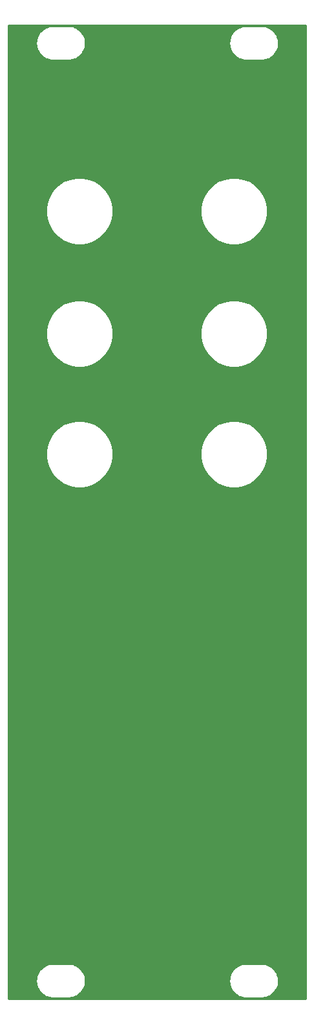
<source format=gbr>
G04 #@! TF.GenerationSoftware,KiCad,Pcbnew,(5.1.5-0)*
G04 #@! TF.CreationDate,2021-01-20T20:47:42-08:00*
G04 #@! TF.ProjectId,triad,74726961-642e-46b6-9963-61645f706362,rev?*
G04 #@! TF.SameCoordinates,Original*
G04 #@! TF.FileFunction,Copper,L2,Bot*
G04 #@! TF.FilePolarity,Positive*
%FSLAX46Y46*%
G04 Gerber Fmt 4.6, Leading zero omitted, Abs format (unit mm)*
G04 Created by KiCad (PCBNEW (5.1.5-0)) date 2021-01-20 20:47:42*
%MOMM*%
%LPD*%
G04 APERTURE LIST*
%ADD10C,5.100000*%
%ADD11C,6.100000*%
%ADD12C,0.254000*%
G04 APERTURE END LIST*
D10*
X5000000Y-71500000D03*
X19750000Y-71500000D03*
X34750000Y-71500000D03*
D11*
X34750000Y-97750000D03*
X5000000Y-83250000D03*
X34750000Y-83250000D03*
X19750000Y-83250000D03*
X5000000Y-97750000D03*
X19750000Y-97750000D03*
D12*
G36*
X39640001Y-127840000D02*
G01*
X660000Y-127840000D01*
X660000Y-125451353D01*
X4242755Y-125451353D01*
X4243173Y-125511171D01*
X4242755Y-125570988D01*
X4243655Y-125580160D01*
X4276296Y-125890715D01*
X4288320Y-125949291D01*
X4299532Y-126008070D01*
X4302196Y-126016892D01*
X4394535Y-126315192D01*
X4417715Y-126370335D01*
X4440124Y-126425800D01*
X4444451Y-126433937D01*
X4592972Y-126708621D01*
X4626417Y-126758205D01*
X4659177Y-126808268D01*
X4665001Y-126815409D01*
X4864047Y-127056013D01*
X4906482Y-127098154D01*
X4948346Y-127140903D01*
X4955446Y-127146777D01*
X5197435Y-127344138D01*
X5247259Y-127377241D01*
X5296615Y-127411036D01*
X5304721Y-127415419D01*
X5580435Y-127562019D01*
X5635704Y-127584799D01*
X5690724Y-127608381D01*
X5699527Y-127611105D01*
X5998465Y-127701359D01*
X6057138Y-127712976D01*
X6115655Y-127725415D01*
X6124820Y-127726378D01*
X6435594Y-127756850D01*
X6435598Y-127756850D01*
X6467581Y-127760000D01*
X8532419Y-127760000D01*
X8565986Y-127756694D01*
X8586744Y-127756694D01*
X8595909Y-127755731D01*
X8906228Y-127720923D01*
X8964731Y-127708487D01*
X9023419Y-127696867D01*
X9032222Y-127694142D01*
X9329870Y-127599723D01*
X9384792Y-127576183D01*
X9440159Y-127553363D01*
X9448265Y-127548979D01*
X9721904Y-127398544D01*
X9771217Y-127364779D01*
X9821088Y-127331645D01*
X9828188Y-127325770D01*
X10067397Y-127125049D01*
X10109241Y-127082320D01*
X10151694Y-127040162D01*
X10157519Y-127033020D01*
X10353185Y-126789660D01*
X10385938Y-126739608D01*
X10419391Y-126690013D01*
X10423714Y-126681881D01*
X10423717Y-126681877D01*
X10423719Y-126681873D01*
X10568388Y-126405146D01*
X10590785Y-126349711D01*
X10613978Y-126294539D01*
X10616641Y-126285717D01*
X10704807Y-125986156D01*
X10716007Y-125927440D01*
X10728045Y-125868798D01*
X10728944Y-125859627D01*
X10757245Y-125548647D01*
X10756827Y-125488830D01*
X10757088Y-125451353D01*
X29542755Y-125451353D01*
X29543173Y-125511171D01*
X29542755Y-125570988D01*
X29543655Y-125580160D01*
X29576296Y-125890715D01*
X29588320Y-125949291D01*
X29599532Y-126008070D01*
X29602196Y-126016892D01*
X29694535Y-126315192D01*
X29717715Y-126370335D01*
X29740124Y-126425800D01*
X29744451Y-126433937D01*
X29892972Y-126708621D01*
X29926417Y-126758205D01*
X29959177Y-126808268D01*
X29965001Y-126815409D01*
X30164047Y-127056013D01*
X30206482Y-127098154D01*
X30248346Y-127140903D01*
X30255446Y-127146777D01*
X30497435Y-127344138D01*
X30547259Y-127377241D01*
X30596615Y-127411036D01*
X30604721Y-127415419D01*
X30880435Y-127562019D01*
X30935704Y-127584799D01*
X30990724Y-127608381D01*
X30999527Y-127611105D01*
X31298465Y-127701359D01*
X31357138Y-127712976D01*
X31415655Y-127725415D01*
X31424820Y-127726378D01*
X31735594Y-127756850D01*
X31735598Y-127756850D01*
X31767581Y-127760000D01*
X33832419Y-127760000D01*
X33865986Y-127756694D01*
X33886744Y-127756694D01*
X33895909Y-127755731D01*
X34206228Y-127720923D01*
X34264731Y-127708487D01*
X34323419Y-127696867D01*
X34332222Y-127694142D01*
X34629870Y-127599723D01*
X34684792Y-127576183D01*
X34740159Y-127553363D01*
X34748265Y-127548979D01*
X35021904Y-127398544D01*
X35071217Y-127364779D01*
X35121088Y-127331645D01*
X35128188Y-127325770D01*
X35367397Y-127125049D01*
X35409241Y-127082320D01*
X35451694Y-127040162D01*
X35457519Y-127033020D01*
X35653185Y-126789660D01*
X35685938Y-126739608D01*
X35719391Y-126690013D01*
X35723714Y-126681881D01*
X35723717Y-126681877D01*
X35723719Y-126681873D01*
X35868388Y-126405146D01*
X35890785Y-126349711D01*
X35913978Y-126294539D01*
X35916641Y-126285717D01*
X36004807Y-125986156D01*
X36016007Y-125927440D01*
X36028045Y-125868798D01*
X36028944Y-125859627D01*
X36057245Y-125548647D01*
X36056827Y-125488829D01*
X36057245Y-125429012D01*
X36056345Y-125419841D01*
X36023704Y-125109285D01*
X36011680Y-125050709D01*
X36000468Y-124991930D01*
X35997804Y-124983108D01*
X35905465Y-124684808D01*
X35882280Y-124629653D01*
X35859876Y-124574200D01*
X35855549Y-124566064D01*
X35855549Y-124566063D01*
X35855546Y-124566059D01*
X35707028Y-124291379D01*
X35673583Y-124241795D01*
X35640823Y-124191732D01*
X35634999Y-124184591D01*
X35435954Y-123943987D01*
X35393535Y-123901863D01*
X35351655Y-123859097D01*
X35344554Y-123853223D01*
X35102565Y-123655862D01*
X35052741Y-123622759D01*
X35003385Y-123588964D01*
X34995279Y-123584581D01*
X34719566Y-123437981D01*
X34664269Y-123415189D01*
X34609275Y-123391619D01*
X34600472Y-123388895D01*
X34301535Y-123298641D01*
X34242862Y-123287024D01*
X34184345Y-123274585D01*
X34175180Y-123273622D01*
X33864405Y-123243150D01*
X33864402Y-123243150D01*
X33832419Y-123240000D01*
X31767581Y-123240000D01*
X31734014Y-123243306D01*
X31713256Y-123243306D01*
X31704091Y-123244269D01*
X31393771Y-123279077D01*
X31335298Y-123291506D01*
X31276581Y-123303132D01*
X31267778Y-123305858D01*
X30970130Y-123400277D01*
X30915147Y-123423843D01*
X30859841Y-123446638D01*
X30851735Y-123451021D01*
X30578095Y-123601456D01*
X30528748Y-123635245D01*
X30478913Y-123668355D01*
X30471812Y-123674229D01*
X30232603Y-123874951D01*
X30190759Y-123917681D01*
X30148305Y-123959839D01*
X30142481Y-123966980D01*
X29946814Y-124210340D01*
X29914055Y-124260400D01*
X29880609Y-124309986D01*
X29876283Y-124318123D01*
X29731612Y-124594854D01*
X29709215Y-124650289D01*
X29686022Y-124705461D01*
X29683359Y-124714283D01*
X29595193Y-125013844D01*
X29583993Y-125072560D01*
X29571955Y-125131202D01*
X29571056Y-125140373D01*
X29542755Y-125451353D01*
X10757088Y-125451353D01*
X10757245Y-125429012D01*
X10756345Y-125419841D01*
X10723704Y-125109285D01*
X10711680Y-125050709D01*
X10700468Y-124991930D01*
X10697804Y-124983108D01*
X10605465Y-124684808D01*
X10582280Y-124629653D01*
X10559876Y-124574200D01*
X10555549Y-124566064D01*
X10555549Y-124566063D01*
X10555546Y-124566059D01*
X10407028Y-124291379D01*
X10373583Y-124241795D01*
X10340823Y-124191732D01*
X10334999Y-124184591D01*
X10135954Y-123943987D01*
X10093535Y-123901863D01*
X10051655Y-123859097D01*
X10044554Y-123853223D01*
X9802565Y-123655862D01*
X9752741Y-123622759D01*
X9703385Y-123588964D01*
X9695279Y-123584581D01*
X9419566Y-123437981D01*
X9364269Y-123415189D01*
X9309275Y-123391619D01*
X9300472Y-123388895D01*
X9001535Y-123298641D01*
X8942862Y-123287024D01*
X8884345Y-123274585D01*
X8875180Y-123273622D01*
X8564405Y-123243150D01*
X8564402Y-123243150D01*
X8532419Y-123240000D01*
X6467581Y-123240000D01*
X6434014Y-123243306D01*
X6413256Y-123243306D01*
X6404091Y-123244269D01*
X6093771Y-123279077D01*
X6035298Y-123291506D01*
X5976581Y-123303132D01*
X5967778Y-123305858D01*
X5670130Y-123400277D01*
X5615147Y-123423843D01*
X5559841Y-123446638D01*
X5551735Y-123451021D01*
X5278095Y-123601456D01*
X5228748Y-123635245D01*
X5178913Y-123668355D01*
X5171812Y-123674229D01*
X4932603Y-123874951D01*
X4890759Y-123917681D01*
X4848305Y-123959839D01*
X4842481Y-123966980D01*
X4646814Y-124210340D01*
X4614055Y-124260400D01*
X4580609Y-124309986D01*
X4576283Y-124318123D01*
X4431612Y-124594854D01*
X4409215Y-124650289D01*
X4386022Y-124705461D01*
X4383359Y-124714283D01*
X4295193Y-125013844D01*
X4283993Y-125072560D01*
X4271955Y-125131202D01*
X4271056Y-125140373D01*
X4242755Y-125451353D01*
X660000Y-125451353D01*
X660000Y-56265784D01*
X5541332Y-56265784D01*
X5541332Y-57134216D01*
X5710754Y-57985961D01*
X6043089Y-58788288D01*
X6525564Y-59510362D01*
X7139638Y-60124436D01*
X7861712Y-60606911D01*
X8664039Y-60939246D01*
X9515784Y-61108668D01*
X10384216Y-61108668D01*
X11235961Y-60939246D01*
X12038288Y-60606911D01*
X12760362Y-60124436D01*
X13374436Y-59510362D01*
X13856911Y-58788288D01*
X14189246Y-57985961D01*
X14358668Y-57134216D01*
X14358668Y-56265784D01*
X25791332Y-56265784D01*
X25791332Y-57134216D01*
X25960754Y-57985961D01*
X26293089Y-58788288D01*
X26775564Y-59510362D01*
X27389638Y-60124436D01*
X28111712Y-60606911D01*
X28914039Y-60939246D01*
X29765784Y-61108668D01*
X30634216Y-61108668D01*
X31485961Y-60939246D01*
X32288288Y-60606911D01*
X33010362Y-60124436D01*
X33624436Y-59510362D01*
X34106911Y-58788288D01*
X34439246Y-57985961D01*
X34608668Y-57134216D01*
X34608668Y-56265784D01*
X34439246Y-55414039D01*
X34106911Y-54611712D01*
X33624436Y-53889638D01*
X33010362Y-53275564D01*
X32288288Y-52793089D01*
X31485961Y-52460754D01*
X30634216Y-52291332D01*
X29765784Y-52291332D01*
X28914039Y-52460754D01*
X28111712Y-52793089D01*
X27389638Y-53275564D01*
X26775564Y-53889638D01*
X26293089Y-54611712D01*
X25960754Y-55414039D01*
X25791332Y-56265784D01*
X14358668Y-56265784D01*
X14189246Y-55414039D01*
X13856911Y-54611712D01*
X13374436Y-53889638D01*
X12760362Y-53275564D01*
X12038288Y-52793089D01*
X11235961Y-52460754D01*
X10384216Y-52291332D01*
X9515784Y-52291332D01*
X8664039Y-52460754D01*
X7861712Y-52793089D01*
X7139638Y-53275564D01*
X6525564Y-53889638D01*
X6043089Y-54611712D01*
X5710754Y-55414039D01*
X5541332Y-56265784D01*
X660000Y-56265784D01*
X660000Y-40515784D01*
X5541332Y-40515784D01*
X5541332Y-41384216D01*
X5710754Y-42235961D01*
X6043089Y-43038288D01*
X6525564Y-43760362D01*
X7139638Y-44374436D01*
X7861712Y-44856911D01*
X8664039Y-45189246D01*
X9515784Y-45358668D01*
X10384216Y-45358668D01*
X11235961Y-45189246D01*
X12038288Y-44856911D01*
X12760362Y-44374436D01*
X13374436Y-43760362D01*
X13856911Y-43038288D01*
X14189246Y-42235961D01*
X14358668Y-41384216D01*
X14358668Y-40515784D01*
X25791332Y-40515784D01*
X25791332Y-41384216D01*
X25960754Y-42235961D01*
X26293089Y-43038288D01*
X26775564Y-43760362D01*
X27389638Y-44374436D01*
X28111712Y-44856911D01*
X28914039Y-45189246D01*
X29765784Y-45358668D01*
X30634216Y-45358668D01*
X31485961Y-45189246D01*
X32288288Y-44856911D01*
X33010362Y-44374436D01*
X33624436Y-43760362D01*
X34106911Y-43038288D01*
X34439246Y-42235961D01*
X34608668Y-41384216D01*
X34608668Y-40515784D01*
X34439246Y-39664039D01*
X34106911Y-38861712D01*
X33624436Y-38139638D01*
X33010362Y-37525564D01*
X32288288Y-37043089D01*
X31485961Y-36710754D01*
X30634216Y-36541332D01*
X29765784Y-36541332D01*
X28914039Y-36710754D01*
X28111712Y-37043089D01*
X27389638Y-37525564D01*
X26775564Y-38139638D01*
X26293089Y-38861712D01*
X25960754Y-39664039D01*
X25791332Y-40515784D01*
X14358668Y-40515784D01*
X14189246Y-39664039D01*
X13856911Y-38861712D01*
X13374436Y-38139638D01*
X12760362Y-37525564D01*
X12038288Y-37043089D01*
X11235961Y-36710754D01*
X10384216Y-36541332D01*
X9515784Y-36541332D01*
X8664039Y-36710754D01*
X7861712Y-37043089D01*
X7139638Y-37525564D01*
X6525564Y-38139638D01*
X6043089Y-38861712D01*
X5710754Y-39664039D01*
X5541332Y-40515784D01*
X660000Y-40515784D01*
X660000Y-24515784D01*
X5541332Y-24515784D01*
X5541332Y-25384216D01*
X5710754Y-26235961D01*
X6043089Y-27038288D01*
X6525564Y-27760362D01*
X7139638Y-28374436D01*
X7861712Y-28856911D01*
X8664039Y-29189246D01*
X9515784Y-29358668D01*
X10384216Y-29358668D01*
X11235961Y-29189246D01*
X12038288Y-28856911D01*
X12760362Y-28374436D01*
X13374436Y-27760362D01*
X13856911Y-27038288D01*
X14189246Y-26235961D01*
X14358668Y-25384216D01*
X14358668Y-24515784D01*
X25791332Y-24515784D01*
X25791332Y-25384216D01*
X25960754Y-26235961D01*
X26293089Y-27038288D01*
X26775564Y-27760362D01*
X27389638Y-28374436D01*
X28111712Y-28856911D01*
X28914039Y-29189246D01*
X29765784Y-29358668D01*
X30634216Y-29358668D01*
X31485961Y-29189246D01*
X32288288Y-28856911D01*
X33010362Y-28374436D01*
X33624436Y-27760362D01*
X34106911Y-27038288D01*
X34439246Y-26235961D01*
X34608668Y-25384216D01*
X34608668Y-24515784D01*
X34439246Y-23664039D01*
X34106911Y-22861712D01*
X33624436Y-22139638D01*
X33010362Y-21525564D01*
X32288288Y-21043089D01*
X31485961Y-20710754D01*
X30634216Y-20541332D01*
X29765784Y-20541332D01*
X28914039Y-20710754D01*
X28111712Y-21043089D01*
X27389638Y-21525564D01*
X26775564Y-22139638D01*
X26293089Y-22861712D01*
X25960754Y-23664039D01*
X25791332Y-24515784D01*
X14358668Y-24515784D01*
X14189246Y-23664039D01*
X13856911Y-22861712D01*
X13374436Y-22139638D01*
X12760362Y-21525564D01*
X12038288Y-21043089D01*
X11235961Y-20710754D01*
X10384216Y-20541332D01*
X9515784Y-20541332D01*
X8664039Y-20710754D01*
X7861712Y-21043089D01*
X7139638Y-21525564D01*
X6525564Y-22139638D01*
X6043089Y-22861712D01*
X5710754Y-23664039D01*
X5541332Y-24515784D01*
X660000Y-24515784D01*
X660000Y-2951353D01*
X4242755Y-2951353D01*
X4243173Y-3011171D01*
X4242755Y-3070988D01*
X4243655Y-3080160D01*
X4276296Y-3390715D01*
X4288320Y-3449291D01*
X4299532Y-3508070D01*
X4302196Y-3516892D01*
X4394535Y-3815192D01*
X4417715Y-3870335D01*
X4440124Y-3925800D01*
X4444451Y-3933937D01*
X4592972Y-4208621D01*
X4626417Y-4258205D01*
X4659177Y-4308268D01*
X4665001Y-4315409D01*
X4864047Y-4556013D01*
X4906482Y-4598154D01*
X4948346Y-4640903D01*
X4955446Y-4646777D01*
X5197435Y-4844138D01*
X5247259Y-4877241D01*
X5296615Y-4911036D01*
X5304721Y-4915419D01*
X5580435Y-5062019D01*
X5635704Y-5084799D01*
X5690724Y-5108381D01*
X5699527Y-5111105D01*
X5998465Y-5201359D01*
X6057138Y-5212976D01*
X6115655Y-5225415D01*
X6124820Y-5226378D01*
X6435594Y-5256850D01*
X6435598Y-5256850D01*
X6467581Y-5260000D01*
X8532419Y-5260000D01*
X8565986Y-5256694D01*
X8586744Y-5256694D01*
X8595909Y-5255731D01*
X8906228Y-5220923D01*
X8964731Y-5208487D01*
X9023419Y-5196867D01*
X9032222Y-5194142D01*
X9329870Y-5099723D01*
X9384792Y-5076183D01*
X9440159Y-5053363D01*
X9448265Y-5048979D01*
X9721904Y-4898544D01*
X9771217Y-4864779D01*
X9821088Y-4831645D01*
X9828188Y-4825770D01*
X10067397Y-4625049D01*
X10109241Y-4582320D01*
X10151694Y-4540162D01*
X10157519Y-4533020D01*
X10353185Y-4289660D01*
X10385938Y-4239608D01*
X10419391Y-4190013D01*
X10423714Y-4181881D01*
X10423717Y-4181877D01*
X10423719Y-4181873D01*
X10568388Y-3905146D01*
X10590785Y-3849711D01*
X10613978Y-3794539D01*
X10616641Y-3785717D01*
X10704807Y-3486156D01*
X10716007Y-3427440D01*
X10728045Y-3368798D01*
X10728944Y-3359627D01*
X10757245Y-3048647D01*
X10756827Y-2988830D01*
X10757088Y-2951353D01*
X29542755Y-2951353D01*
X29543173Y-3011171D01*
X29542755Y-3070988D01*
X29543655Y-3080160D01*
X29576296Y-3390715D01*
X29588320Y-3449291D01*
X29599532Y-3508070D01*
X29602196Y-3516892D01*
X29694535Y-3815192D01*
X29717715Y-3870335D01*
X29740124Y-3925800D01*
X29744451Y-3933937D01*
X29892972Y-4208621D01*
X29926417Y-4258205D01*
X29959177Y-4308268D01*
X29965001Y-4315409D01*
X30164047Y-4556013D01*
X30206482Y-4598154D01*
X30248346Y-4640903D01*
X30255446Y-4646777D01*
X30497435Y-4844138D01*
X30547259Y-4877241D01*
X30596615Y-4911036D01*
X30604721Y-4915419D01*
X30880435Y-5062019D01*
X30935704Y-5084799D01*
X30990724Y-5108381D01*
X30999527Y-5111105D01*
X31298465Y-5201359D01*
X31357138Y-5212976D01*
X31415655Y-5225415D01*
X31424820Y-5226378D01*
X31735594Y-5256850D01*
X31735598Y-5256850D01*
X31767581Y-5260000D01*
X33832419Y-5260000D01*
X33865986Y-5256694D01*
X33886744Y-5256694D01*
X33895909Y-5255731D01*
X34206228Y-5220923D01*
X34264731Y-5208487D01*
X34323419Y-5196867D01*
X34332222Y-5194142D01*
X34629870Y-5099723D01*
X34684792Y-5076183D01*
X34740159Y-5053363D01*
X34748265Y-5048979D01*
X35021904Y-4898544D01*
X35071217Y-4864779D01*
X35121088Y-4831645D01*
X35128188Y-4825770D01*
X35367397Y-4625049D01*
X35409241Y-4582320D01*
X35451694Y-4540162D01*
X35457519Y-4533020D01*
X35653185Y-4289660D01*
X35685938Y-4239608D01*
X35719391Y-4190013D01*
X35723714Y-4181881D01*
X35723717Y-4181877D01*
X35723719Y-4181873D01*
X35868388Y-3905146D01*
X35890785Y-3849711D01*
X35913978Y-3794539D01*
X35916641Y-3785717D01*
X36004807Y-3486156D01*
X36016007Y-3427440D01*
X36028045Y-3368798D01*
X36028944Y-3359627D01*
X36057245Y-3048647D01*
X36056827Y-2988829D01*
X36057245Y-2929012D01*
X36056345Y-2919841D01*
X36023704Y-2609285D01*
X36011680Y-2550709D01*
X36000468Y-2491930D01*
X35997804Y-2483108D01*
X35905465Y-2184808D01*
X35882280Y-2129653D01*
X35859876Y-2074200D01*
X35855549Y-2066064D01*
X35855549Y-2066063D01*
X35855546Y-2066059D01*
X35707028Y-1791379D01*
X35673583Y-1741795D01*
X35640823Y-1691732D01*
X35634999Y-1684591D01*
X35435954Y-1443987D01*
X35393535Y-1401863D01*
X35351655Y-1359097D01*
X35344554Y-1353223D01*
X35102565Y-1155862D01*
X35052741Y-1122759D01*
X35003385Y-1088964D01*
X34995279Y-1084581D01*
X34719566Y-937981D01*
X34664269Y-915189D01*
X34609275Y-891619D01*
X34600472Y-888895D01*
X34301535Y-798641D01*
X34242862Y-787024D01*
X34184345Y-774585D01*
X34175180Y-773622D01*
X33864405Y-743150D01*
X33864402Y-743150D01*
X33832419Y-740000D01*
X31767581Y-740000D01*
X31734014Y-743306D01*
X31713256Y-743306D01*
X31704091Y-744269D01*
X31393771Y-779077D01*
X31335298Y-791506D01*
X31276581Y-803132D01*
X31267778Y-805858D01*
X30970130Y-900277D01*
X30915147Y-923843D01*
X30859841Y-946638D01*
X30851735Y-951021D01*
X30578095Y-1101456D01*
X30528748Y-1135245D01*
X30478913Y-1168355D01*
X30471812Y-1174229D01*
X30232603Y-1374951D01*
X30190759Y-1417681D01*
X30148305Y-1459839D01*
X30142481Y-1466980D01*
X29946814Y-1710340D01*
X29914055Y-1760400D01*
X29880609Y-1809986D01*
X29876283Y-1818123D01*
X29731612Y-2094854D01*
X29709215Y-2150289D01*
X29686022Y-2205461D01*
X29683359Y-2214283D01*
X29595193Y-2513844D01*
X29583993Y-2572560D01*
X29571955Y-2631202D01*
X29571056Y-2640373D01*
X29542755Y-2951353D01*
X10757088Y-2951353D01*
X10757245Y-2929012D01*
X10756345Y-2919841D01*
X10723704Y-2609285D01*
X10711680Y-2550709D01*
X10700468Y-2491930D01*
X10697804Y-2483108D01*
X10605465Y-2184808D01*
X10582280Y-2129653D01*
X10559876Y-2074200D01*
X10555549Y-2066064D01*
X10555549Y-2066063D01*
X10555546Y-2066059D01*
X10407028Y-1791379D01*
X10373583Y-1741795D01*
X10340823Y-1691732D01*
X10334999Y-1684591D01*
X10135954Y-1443987D01*
X10093535Y-1401863D01*
X10051655Y-1359097D01*
X10044554Y-1353223D01*
X9802565Y-1155862D01*
X9752741Y-1122759D01*
X9703385Y-1088964D01*
X9695279Y-1084581D01*
X9419566Y-937981D01*
X9364269Y-915189D01*
X9309275Y-891619D01*
X9300472Y-888895D01*
X9001535Y-798641D01*
X8942862Y-787024D01*
X8884345Y-774585D01*
X8875180Y-773622D01*
X8564405Y-743150D01*
X8564402Y-743150D01*
X8532419Y-740000D01*
X6467581Y-740000D01*
X6434014Y-743306D01*
X6413256Y-743306D01*
X6404091Y-744269D01*
X6093771Y-779077D01*
X6035298Y-791506D01*
X5976581Y-803132D01*
X5967778Y-805858D01*
X5670130Y-900277D01*
X5615147Y-923843D01*
X5559841Y-946638D01*
X5551735Y-951021D01*
X5278095Y-1101456D01*
X5228748Y-1135245D01*
X5178913Y-1168355D01*
X5171812Y-1174229D01*
X4932603Y-1374951D01*
X4890759Y-1417681D01*
X4848305Y-1459839D01*
X4842481Y-1466980D01*
X4646814Y-1710340D01*
X4614055Y-1760400D01*
X4580609Y-1809986D01*
X4576283Y-1818123D01*
X4431612Y-2094854D01*
X4409215Y-2150289D01*
X4386022Y-2205461D01*
X4383359Y-2214283D01*
X4295193Y-2513844D01*
X4283993Y-2572560D01*
X4271955Y-2631202D01*
X4271056Y-2640373D01*
X4242755Y-2951353D01*
X660000Y-2951353D01*
X660000Y-660000D01*
X39640000Y-660000D01*
X39640001Y-127840000D01*
G37*
X39640001Y-127840000D02*
X660000Y-127840000D01*
X660000Y-125451353D01*
X4242755Y-125451353D01*
X4243173Y-125511171D01*
X4242755Y-125570988D01*
X4243655Y-125580160D01*
X4276296Y-125890715D01*
X4288320Y-125949291D01*
X4299532Y-126008070D01*
X4302196Y-126016892D01*
X4394535Y-126315192D01*
X4417715Y-126370335D01*
X4440124Y-126425800D01*
X4444451Y-126433937D01*
X4592972Y-126708621D01*
X4626417Y-126758205D01*
X4659177Y-126808268D01*
X4665001Y-126815409D01*
X4864047Y-127056013D01*
X4906482Y-127098154D01*
X4948346Y-127140903D01*
X4955446Y-127146777D01*
X5197435Y-127344138D01*
X5247259Y-127377241D01*
X5296615Y-127411036D01*
X5304721Y-127415419D01*
X5580435Y-127562019D01*
X5635704Y-127584799D01*
X5690724Y-127608381D01*
X5699527Y-127611105D01*
X5998465Y-127701359D01*
X6057138Y-127712976D01*
X6115655Y-127725415D01*
X6124820Y-127726378D01*
X6435594Y-127756850D01*
X6435598Y-127756850D01*
X6467581Y-127760000D01*
X8532419Y-127760000D01*
X8565986Y-127756694D01*
X8586744Y-127756694D01*
X8595909Y-127755731D01*
X8906228Y-127720923D01*
X8964731Y-127708487D01*
X9023419Y-127696867D01*
X9032222Y-127694142D01*
X9329870Y-127599723D01*
X9384792Y-127576183D01*
X9440159Y-127553363D01*
X9448265Y-127548979D01*
X9721904Y-127398544D01*
X9771217Y-127364779D01*
X9821088Y-127331645D01*
X9828188Y-127325770D01*
X10067397Y-127125049D01*
X10109241Y-127082320D01*
X10151694Y-127040162D01*
X10157519Y-127033020D01*
X10353185Y-126789660D01*
X10385938Y-126739608D01*
X10419391Y-126690013D01*
X10423714Y-126681881D01*
X10423717Y-126681877D01*
X10423719Y-126681873D01*
X10568388Y-126405146D01*
X10590785Y-126349711D01*
X10613978Y-126294539D01*
X10616641Y-126285717D01*
X10704807Y-125986156D01*
X10716007Y-125927440D01*
X10728045Y-125868798D01*
X10728944Y-125859627D01*
X10757245Y-125548647D01*
X10756827Y-125488830D01*
X10757088Y-125451353D01*
X29542755Y-125451353D01*
X29543173Y-125511171D01*
X29542755Y-125570988D01*
X29543655Y-125580160D01*
X29576296Y-125890715D01*
X29588320Y-125949291D01*
X29599532Y-126008070D01*
X29602196Y-126016892D01*
X29694535Y-126315192D01*
X29717715Y-126370335D01*
X29740124Y-126425800D01*
X29744451Y-126433937D01*
X29892972Y-126708621D01*
X29926417Y-126758205D01*
X29959177Y-126808268D01*
X29965001Y-126815409D01*
X30164047Y-127056013D01*
X30206482Y-127098154D01*
X30248346Y-127140903D01*
X30255446Y-127146777D01*
X30497435Y-127344138D01*
X30547259Y-127377241D01*
X30596615Y-127411036D01*
X30604721Y-127415419D01*
X30880435Y-127562019D01*
X30935704Y-127584799D01*
X30990724Y-127608381D01*
X30999527Y-127611105D01*
X31298465Y-127701359D01*
X31357138Y-127712976D01*
X31415655Y-127725415D01*
X31424820Y-127726378D01*
X31735594Y-127756850D01*
X31735598Y-127756850D01*
X31767581Y-127760000D01*
X33832419Y-127760000D01*
X33865986Y-127756694D01*
X33886744Y-127756694D01*
X33895909Y-127755731D01*
X34206228Y-127720923D01*
X34264731Y-127708487D01*
X34323419Y-127696867D01*
X34332222Y-127694142D01*
X34629870Y-127599723D01*
X34684792Y-127576183D01*
X34740159Y-127553363D01*
X34748265Y-127548979D01*
X35021904Y-127398544D01*
X35071217Y-127364779D01*
X35121088Y-127331645D01*
X35128188Y-127325770D01*
X35367397Y-127125049D01*
X35409241Y-127082320D01*
X35451694Y-127040162D01*
X35457519Y-127033020D01*
X35653185Y-126789660D01*
X35685938Y-126739608D01*
X35719391Y-126690013D01*
X35723714Y-126681881D01*
X35723717Y-126681877D01*
X35723719Y-126681873D01*
X35868388Y-126405146D01*
X35890785Y-126349711D01*
X35913978Y-126294539D01*
X35916641Y-126285717D01*
X36004807Y-125986156D01*
X36016007Y-125927440D01*
X36028045Y-125868798D01*
X36028944Y-125859627D01*
X36057245Y-125548647D01*
X36056827Y-125488829D01*
X36057245Y-125429012D01*
X36056345Y-125419841D01*
X36023704Y-125109285D01*
X36011680Y-125050709D01*
X36000468Y-124991930D01*
X35997804Y-124983108D01*
X35905465Y-124684808D01*
X35882280Y-124629653D01*
X35859876Y-124574200D01*
X35855549Y-124566064D01*
X35855549Y-124566063D01*
X35855546Y-124566059D01*
X35707028Y-124291379D01*
X35673583Y-124241795D01*
X35640823Y-124191732D01*
X35634999Y-124184591D01*
X35435954Y-123943987D01*
X35393535Y-123901863D01*
X35351655Y-123859097D01*
X35344554Y-123853223D01*
X35102565Y-123655862D01*
X35052741Y-123622759D01*
X35003385Y-123588964D01*
X34995279Y-123584581D01*
X34719566Y-123437981D01*
X34664269Y-123415189D01*
X34609275Y-123391619D01*
X34600472Y-123388895D01*
X34301535Y-123298641D01*
X34242862Y-123287024D01*
X34184345Y-123274585D01*
X34175180Y-123273622D01*
X33864405Y-123243150D01*
X33864402Y-123243150D01*
X33832419Y-123240000D01*
X31767581Y-123240000D01*
X31734014Y-123243306D01*
X31713256Y-123243306D01*
X31704091Y-123244269D01*
X31393771Y-123279077D01*
X31335298Y-123291506D01*
X31276581Y-123303132D01*
X31267778Y-123305858D01*
X30970130Y-123400277D01*
X30915147Y-123423843D01*
X30859841Y-123446638D01*
X30851735Y-123451021D01*
X30578095Y-123601456D01*
X30528748Y-123635245D01*
X30478913Y-123668355D01*
X30471812Y-123674229D01*
X30232603Y-123874951D01*
X30190759Y-123917681D01*
X30148305Y-123959839D01*
X30142481Y-123966980D01*
X29946814Y-124210340D01*
X29914055Y-124260400D01*
X29880609Y-124309986D01*
X29876283Y-124318123D01*
X29731612Y-124594854D01*
X29709215Y-124650289D01*
X29686022Y-124705461D01*
X29683359Y-124714283D01*
X29595193Y-125013844D01*
X29583993Y-125072560D01*
X29571955Y-125131202D01*
X29571056Y-125140373D01*
X29542755Y-125451353D01*
X10757088Y-125451353D01*
X10757245Y-125429012D01*
X10756345Y-125419841D01*
X10723704Y-125109285D01*
X10711680Y-125050709D01*
X10700468Y-124991930D01*
X10697804Y-124983108D01*
X10605465Y-124684808D01*
X10582280Y-124629653D01*
X10559876Y-124574200D01*
X10555549Y-124566064D01*
X10555549Y-124566063D01*
X10555546Y-124566059D01*
X10407028Y-124291379D01*
X10373583Y-124241795D01*
X10340823Y-124191732D01*
X10334999Y-124184591D01*
X10135954Y-123943987D01*
X10093535Y-123901863D01*
X10051655Y-123859097D01*
X10044554Y-123853223D01*
X9802565Y-123655862D01*
X9752741Y-123622759D01*
X9703385Y-123588964D01*
X9695279Y-123584581D01*
X9419566Y-123437981D01*
X9364269Y-123415189D01*
X9309275Y-123391619D01*
X9300472Y-123388895D01*
X9001535Y-123298641D01*
X8942862Y-123287024D01*
X8884345Y-123274585D01*
X8875180Y-123273622D01*
X8564405Y-123243150D01*
X8564402Y-123243150D01*
X8532419Y-123240000D01*
X6467581Y-123240000D01*
X6434014Y-123243306D01*
X6413256Y-123243306D01*
X6404091Y-123244269D01*
X6093771Y-123279077D01*
X6035298Y-123291506D01*
X5976581Y-123303132D01*
X5967778Y-123305858D01*
X5670130Y-123400277D01*
X5615147Y-123423843D01*
X5559841Y-123446638D01*
X5551735Y-123451021D01*
X5278095Y-123601456D01*
X5228748Y-123635245D01*
X5178913Y-123668355D01*
X5171812Y-123674229D01*
X4932603Y-123874951D01*
X4890759Y-123917681D01*
X4848305Y-123959839D01*
X4842481Y-123966980D01*
X4646814Y-124210340D01*
X4614055Y-124260400D01*
X4580609Y-124309986D01*
X4576283Y-124318123D01*
X4431612Y-124594854D01*
X4409215Y-124650289D01*
X4386022Y-124705461D01*
X4383359Y-124714283D01*
X4295193Y-125013844D01*
X4283993Y-125072560D01*
X4271955Y-125131202D01*
X4271056Y-125140373D01*
X4242755Y-125451353D01*
X660000Y-125451353D01*
X660000Y-56265784D01*
X5541332Y-56265784D01*
X5541332Y-57134216D01*
X5710754Y-57985961D01*
X6043089Y-58788288D01*
X6525564Y-59510362D01*
X7139638Y-60124436D01*
X7861712Y-60606911D01*
X8664039Y-60939246D01*
X9515784Y-61108668D01*
X10384216Y-61108668D01*
X11235961Y-60939246D01*
X12038288Y-60606911D01*
X12760362Y-60124436D01*
X13374436Y-59510362D01*
X13856911Y-58788288D01*
X14189246Y-57985961D01*
X14358668Y-57134216D01*
X14358668Y-56265784D01*
X25791332Y-56265784D01*
X25791332Y-57134216D01*
X25960754Y-57985961D01*
X26293089Y-58788288D01*
X26775564Y-59510362D01*
X27389638Y-60124436D01*
X28111712Y-60606911D01*
X28914039Y-60939246D01*
X29765784Y-61108668D01*
X30634216Y-61108668D01*
X31485961Y-60939246D01*
X32288288Y-60606911D01*
X33010362Y-60124436D01*
X33624436Y-59510362D01*
X34106911Y-58788288D01*
X34439246Y-57985961D01*
X34608668Y-57134216D01*
X34608668Y-56265784D01*
X34439246Y-55414039D01*
X34106911Y-54611712D01*
X33624436Y-53889638D01*
X33010362Y-53275564D01*
X32288288Y-52793089D01*
X31485961Y-52460754D01*
X30634216Y-52291332D01*
X29765784Y-52291332D01*
X28914039Y-52460754D01*
X28111712Y-52793089D01*
X27389638Y-53275564D01*
X26775564Y-53889638D01*
X26293089Y-54611712D01*
X25960754Y-55414039D01*
X25791332Y-56265784D01*
X14358668Y-56265784D01*
X14189246Y-55414039D01*
X13856911Y-54611712D01*
X13374436Y-53889638D01*
X12760362Y-53275564D01*
X12038288Y-52793089D01*
X11235961Y-52460754D01*
X10384216Y-52291332D01*
X9515784Y-52291332D01*
X8664039Y-52460754D01*
X7861712Y-52793089D01*
X7139638Y-53275564D01*
X6525564Y-53889638D01*
X6043089Y-54611712D01*
X5710754Y-55414039D01*
X5541332Y-56265784D01*
X660000Y-56265784D01*
X660000Y-40515784D01*
X5541332Y-40515784D01*
X5541332Y-41384216D01*
X5710754Y-42235961D01*
X6043089Y-43038288D01*
X6525564Y-43760362D01*
X7139638Y-44374436D01*
X7861712Y-44856911D01*
X8664039Y-45189246D01*
X9515784Y-45358668D01*
X10384216Y-45358668D01*
X11235961Y-45189246D01*
X12038288Y-44856911D01*
X12760362Y-44374436D01*
X13374436Y-43760362D01*
X13856911Y-43038288D01*
X14189246Y-42235961D01*
X14358668Y-41384216D01*
X14358668Y-40515784D01*
X25791332Y-40515784D01*
X25791332Y-41384216D01*
X25960754Y-42235961D01*
X26293089Y-43038288D01*
X26775564Y-43760362D01*
X27389638Y-44374436D01*
X28111712Y-44856911D01*
X28914039Y-45189246D01*
X29765784Y-45358668D01*
X30634216Y-45358668D01*
X31485961Y-45189246D01*
X32288288Y-44856911D01*
X33010362Y-44374436D01*
X33624436Y-43760362D01*
X34106911Y-43038288D01*
X34439246Y-42235961D01*
X34608668Y-41384216D01*
X34608668Y-40515784D01*
X34439246Y-39664039D01*
X34106911Y-38861712D01*
X33624436Y-38139638D01*
X33010362Y-37525564D01*
X32288288Y-37043089D01*
X31485961Y-36710754D01*
X30634216Y-36541332D01*
X29765784Y-36541332D01*
X28914039Y-36710754D01*
X28111712Y-37043089D01*
X27389638Y-37525564D01*
X26775564Y-38139638D01*
X26293089Y-38861712D01*
X25960754Y-39664039D01*
X25791332Y-40515784D01*
X14358668Y-40515784D01*
X14189246Y-39664039D01*
X13856911Y-38861712D01*
X13374436Y-38139638D01*
X12760362Y-37525564D01*
X12038288Y-37043089D01*
X11235961Y-36710754D01*
X10384216Y-36541332D01*
X9515784Y-36541332D01*
X8664039Y-36710754D01*
X7861712Y-37043089D01*
X7139638Y-37525564D01*
X6525564Y-38139638D01*
X6043089Y-38861712D01*
X5710754Y-39664039D01*
X5541332Y-40515784D01*
X660000Y-40515784D01*
X660000Y-24515784D01*
X5541332Y-24515784D01*
X5541332Y-25384216D01*
X5710754Y-26235961D01*
X6043089Y-27038288D01*
X6525564Y-27760362D01*
X7139638Y-28374436D01*
X7861712Y-28856911D01*
X8664039Y-29189246D01*
X9515784Y-29358668D01*
X10384216Y-29358668D01*
X11235961Y-29189246D01*
X12038288Y-28856911D01*
X12760362Y-28374436D01*
X13374436Y-27760362D01*
X13856911Y-27038288D01*
X14189246Y-26235961D01*
X14358668Y-25384216D01*
X14358668Y-24515784D01*
X25791332Y-24515784D01*
X25791332Y-25384216D01*
X25960754Y-26235961D01*
X26293089Y-27038288D01*
X26775564Y-27760362D01*
X27389638Y-28374436D01*
X28111712Y-28856911D01*
X28914039Y-29189246D01*
X29765784Y-29358668D01*
X30634216Y-29358668D01*
X31485961Y-29189246D01*
X32288288Y-28856911D01*
X33010362Y-28374436D01*
X33624436Y-27760362D01*
X34106911Y-27038288D01*
X34439246Y-26235961D01*
X34608668Y-25384216D01*
X34608668Y-24515784D01*
X34439246Y-23664039D01*
X34106911Y-22861712D01*
X33624436Y-22139638D01*
X33010362Y-21525564D01*
X32288288Y-21043089D01*
X31485961Y-20710754D01*
X30634216Y-20541332D01*
X29765784Y-20541332D01*
X28914039Y-20710754D01*
X28111712Y-21043089D01*
X27389638Y-21525564D01*
X26775564Y-22139638D01*
X26293089Y-22861712D01*
X25960754Y-23664039D01*
X25791332Y-24515784D01*
X14358668Y-24515784D01*
X14189246Y-23664039D01*
X13856911Y-22861712D01*
X13374436Y-22139638D01*
X12760362Y-21525564D01*
X12038288Y-21043089D01*
X11235961Y-20710754D01*
X10384216Y-20541332D01*
X9515784Y-20541332D01*
X8664039Y-20710754D01*
X7861712Y-21043089D01*
X7139638Y-21525564D01*
X6525564Y-22139638D01*
X6043089Y-22861712D01*
X5710754Y-23664039D01*
X5541332Y-24515784D01*
X660000Y-24515784D01*
X660000Y-2951353D01*
X4242755Y-2951353D01*
X4243173Y-3011171D01*
X4242755Y-3070988D01*
X4243655Y-3080160D01*
X4276296Y-3390715D01*
X4288320Y-3449291D01*
X4299532Y-3508070D01*
X4302196Y-3516892D01*
X4394535Y-3815192D01*
X4417715Y-3870335D01*
X4440124Y-3925800D01*
X4444451Y-3933937D01*
X4592972Y-4208621D01*
X4626417Y-4258205D01*
X4659177Y-4308268D01*
X4665001Y-4315409D01*
X4864047Y-4556013D01*
X4906482Y-4598154D01*
X4948346Y-4640903D01*
X4955446Y-4646777D01*
X5197435Y-4844138D01*
X5247259Y-4877241D01*
X5296615Y-4911036D01*
X5304721Y-4915419D01*
X5580435Y-5062019D01*
X5635704Y-5084799D01*
X5690724Y-5108381D01*
X5699527Y-5111105D01*
X5998465Y-5201359D01*
X6057138Y-5212976D01*
X6115655Y-5225415D01*
X6124820Y-5226378D01*
X6435594Y-5256850D01*
X6435598Y-5256850D01*
X6467581Y-5260000D01*
X8532419Y-5260000D01*
X8565986Y-5256694D01*
X8586744Y-5256694D01*
X8595909Y-5255731D01*
X8906228Y-5220923D01*
X8964731Y-5208487D01*
X9023419Y-5196867D01*
X9032222Y-5194142D01*
X9329870Y-5099723D01*
X9384792Y-5076183D01*
X9440159Y-5053363D01*
X9448265Y-5048979D01*
X9721904Y-4898544D01*
X9771217Y-4864779D01*
X9821088Y-4831645D01*
X9828188Y-4825770D01*
X10067397Y-4625049D01*
X10109241Y-4582320D01*
X10151694Y-4540162D01*
X10157519Y-4533020D01*
X10353185Y-4289660D01*
X10385938Y-4239608D01*
X10419391Y-4190013D01*
X10423714Y-4181881D01*
X10423717Y-4181877D01*
X10423719Y-4181873D01*
X10568388Y-3905146D01*
X10590785Y-3849711D01*
X10613978Y-3794539D01*
X10616641Y-3785717D01*
X10704807Y-3486156D01*
X10716007Y-3427440D01*
X10728045Y-3368798D01*
X10728944Y-3359627D01*
X10757245Y-3048647D01*
X10756827Y-2988830D01*
X10757088Y-2951353D01*
X29542755Y-2951353D01*
X29543173Y-3011171D01*
X29542755Y-3070988D01*
X29543655Y-3080160D01*
X29576296Y-3390715D01*
X29588320Y-3449291D01*
X29599532Y-3508070D01*
X29602196Y-3516892D01*
X29694535Y-3815192D01*
X29717715Y-3870335D01*
X29740124Y-3925800D01*
X29744451Y-3933937D01*
X29892972Y-4208621D01*
X29926417Y-4258205D01*
X29959177Y-4308268D01*
X29965001Y-4315409D01*
X30164047Y-4556013D01*
X30206482Y-4598154D01*
X30248346Y-4640903D01*
X30255446Y-4646777D01*
X30497435Y-4844138D01*
X30547259Y-4877241D01*
X30596615Y-4911036D01*
X30604721Y-4915419D01*
X30880435Y-5062019D01*
X30935704Y-5084799D01*
X30990724Y-5108381D01*
X30999527Y-5111105D01*
X31298465Y-5201359D01*
X31357138Y-5212976D01*
X31415655Y-5225415D01*
X31424820Y-5226378D01*
X31735594Y-5256850D01*
X31735598Y-5256850D01*
X31767581Y-5260000D01*
X33832419Y-5260000D01*
X33865986Y-5256694D01*
X33886744Y-5256694D01*
X33895909Y-5255731D01*
X34206228Y-5220923D01*
X34264731Y-5208487D01*
X34323419Y-5196867D01*
X34332222Y-5194142D01*
X34629870Y-5099723D01*
X34684792Y-5076183D01*
X34740159Y-5053363D01*
X34748265Y-5048979D01*
X35021904Y-4898544D01*
X35071217Y-4864779D01*
X35121088Y-4831645D01*
X35128188Y-4825770D01*
X35367397Y-4625049D01*
X35409241Y-4582320D01*
X35451694Y-4540162D01*
X35457519Y-4533020D01*
X35653185Y-4289660D01*
X35685938Y-4239608D01*
X35719391Y-4190013D01*
X35723714Y-4181881D01*
X35723717Y-4181877D01*
X35723719Y-4181873D01*
X35868388Y-3905146D01*
X35890785Y-3849711D01*
X35913978Y-3794539D01*
X35916641Y-3785717D01*
X36004807Y-3486156D01*
X36016007Y-3427440D01*
X36028045Y-3368798D01*
X36028944Y-3359627D01*
X36057245Y-3048647D01*
X36056827Y-2988829D01*
X36057245Y-2929012D01*
X36056345Y-2919841D01*
X36023704Y-2609285D01*
X36011680Y-2550709D01*
X36000468Y-2491930D01*
X35997804Y-2483108D01*
X35905465Y-2184808D01*
X35882280Y-2129653D01*
X35859876Y-2074200D01*
X35855549Y-2066064D01*
X35855549Y-2066063D01*
X35855546Y-2066059D01*
X35707028Y-1791379D01*
X35673583Y-1741795D01*
X35640823Y-1691732D01*
X35634999Y-1684591D01*
X35435954Y-1443987D01*
X35393535Y-1401863D01*
X35351655Y-1359097D01*
X35344554Y-1353223D01*
X35102565Y-1155862D01*
X35052741Y-1122759D01*
X35003385Y-1088964D01*
X34995279Y-1084581D01*
X34719566Y-937981D01*
X34664269Y-915189D01*
X34609275Y-891619D01*
X34600472Y-888895D01*
X34301535Y-798641D01*
X34242862Y-787024D01*
X34184345Y-774585D01*
X34175180Y-773622D01*
X33864405Y-743150D01*
X33864402Y-743150D01*
X33832419Y-740000D01*
X31767581Y-740000D01*
X31734014Y-743306D01*
X31713256Y-743306D01*
X31704091Y-744269D01*
X31393771Y-779077D01*
X31335298Y-791506D01*
X31276581Y-803132D01*
X31267778Y-805858D01*
X30970130Y-900277D01*
X30915147Y-923843D01*
X30859841Y-946638D01*
X30851735Y-951021D01*
X30578095Y-1101456D01*
X30528748Y-1135245D01*
X30478913Y-1168355D01*
X30471812Y-1174229D01*
X30232603Y-1374951D01*
X30190759Y-1417681D01*
X30148305Y-1459839D01*
X30142481Y-1466980D01*
X29946814Y-1710340D01*
X29914055Y-1760400D01*
X29880609Y-1809986D01*
X29876283Y-1818123D01*
X29731612Y-2094854D01*
X29709215Y-2150289D01*
X29686022Y-2205461D01*
X29683359Y-2214283D01*
X29595193Y-2513844D01*
X29583993Y-2572560D01*
X29571955Y-2631202D01*
X29571056Y-2640373D01*
X29542755Y-2951353D01*
X10757088Y-2951353D01*
X10757245Y-2929012D01*
X10756345Y-2919841D01*
X10723704Y-2609285D01*
X10711680Y-2550709D01*
X10700468Y-2491930D01*
X10697804Y-2483108D01*
X10605465Y-2184808D01*
X10582280Y-2129653D01*
X10559876Y-2074200D01*
X10555549Y-2066064D01*
X10555549Y-2066063D01*
X10555546Y-2066059D01*
X10407028Y-1791379D01*
X10373583Y-1741795D01*
X10340823Y-1691732D01*
X10334999Y-1684591D01*
X10135954Y-1443987D01*
X10093535Y-1401863D01*
X10051655Y-1359097D01*
X10044554Y-1353223D01*
X9802565Y-1155862D01*
X9752741Y-1122759D01*
X9703385Y-1088964D01*
X9695279Y-1084581D01*
X9419566Y-937981D01*
X9364269Y-915189D01*
X9309275Y-891619D01*
X9300472Y-888895D01*
X9001535Y-798641D01*
X8942862Y-787024D01*
X8884345Y-774585D01*
X8875180Y-773622D01*
X8564405Y-743150D01*
X8564402Y-743150D01*
X8532419Y-740000D01*
X6467581Y-740000D01*
X6434014Y-743306D01*
X6413256Y-743306D01*
X6404091Y-744269D01*
X6093771Y-779077D01*
X6035298Y-791506D01*
X5976581Y-803132D01*
X5967778Y-805858D01*
X5670130Y-900277D01*
X5615147Y-923843D01*
X5559841Y-946638D01*
X5551735Y-951021D01*
X5278095Y-1101456D01*
X5228748Y-1135245D01*
X5178913Y-1168355D01*
X5171812Y-1174229D01*
X4932603Y-1374951D01*
X4890759Y-1417681D01*
X4848305Y-1459839D01*
X4842481Y-1466980D01*
X4646814Y-1710340D01*
X4614055Y-1760400D01*
X4580609Y-1809986D01*
X4576283Y-1818123D01*
X4431612Y-2094854D01*
X4409215Y-2150289D01*
X4386022Y-2205461D01*
X4383359Y-2214283D01*
X4295193Y-2513844D01*
X4283993Y-2572560D01*
X4271955Y-2631202D01*
X4271056Y-2640373D01*
X4242755Y-2951353D01*
X660000Y-2951353D01*
X660000Y-660000D01*
X39640000Y-660000D01*
X39640001Y-127840000D01*
M02*

</source>
